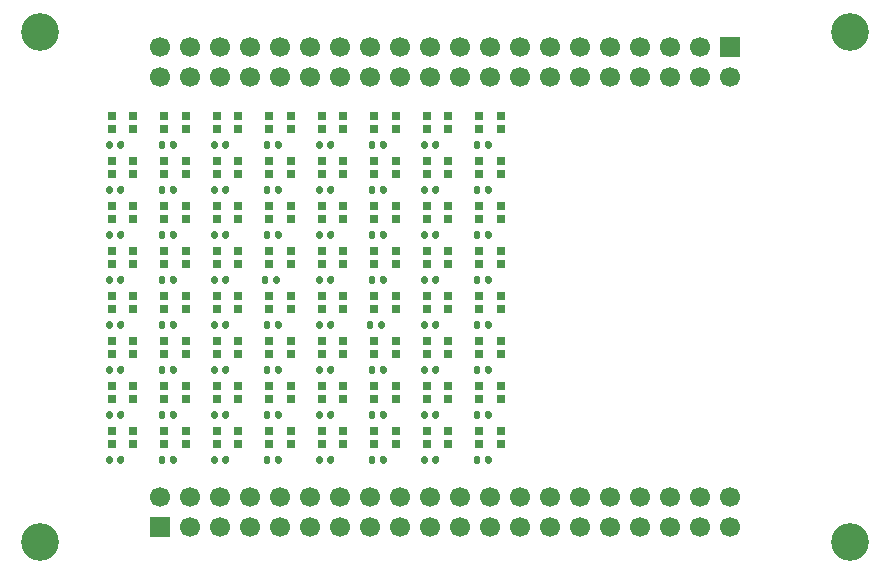
<source format=gbr>
G04 #@! TF.GenerationSoftware,KiCad,Pcbnew,5.1.9+dfsg1-1*
G04 #@! TF.CreationDate,2021-07-14T19:59:06+08:00*
G04 #@! TF.ProjectId,dws2812,64777332-3831-4322-9e6b-696361645f70,rev?*
G04 #@! TF.SameCoordinates,Original*
G04 #@! TF.FileFunction,Soldermask,Top*
G04 #@! TF.FilePolarity,Negative*
%FSLAX46Y46*%
G04 Gerber Fmt 4.6, Leading zero omitted, Abs format (unit mm)*
G04 Created by KiCad (PCBNEW 5.1.9+dfsg1-1) date 2021-07-14 19:59:06*
%MOMM*%
%LPD*%
G01*
G04 APERTURE LIST*
%ADD10R,1.700000X1.700000*%
%ADD11C,1.700000*%
%ADD12C,3.200000*%
%ADD13R,0.700000X0.700000*%
G04 APERTURE END LIST*
D10*
G04 #@! TO.C,J1*
X126365000Y-121920000D03*
D11*
X126365000Y-119380000D03*
X128905000Y-121920000D03*
X128905000Y-119380000D03*
X131445000Y-121920000D03*
X131445000Y-119380000D03*
X133985000Y-121920000D03*
X133985000Y-119380000D03*
X136525000Y-121920000D03*
X136525000Y-119380000D03*
X139065000Y-121920000D03*
X139065000Y-119380000D03*
X141605000Y-121920000D03*
X141605000Y-119380000D03*
X144145000Y-121920000D03*
X144145000Y-119380000D03*
X146685000Y-121920000D03*
X146685000Y-119380000D03*
X149225000Y-121920000D03*
X149225000Y-119380000D03*
X151765000Y-121920000D03*
X151765000Y-119380000D03*
X154305000Y-121920000D03*
X154305000Y-119380000D03*
X156845000Y-121920000D03*
X156845000Y-119380000D03*
X159385000Y-121920000D03*
X159385000Y-119380000D03*
X161925000Y-121920000D03*
X161925000Y-119380000D03*
X164465000Y-121920000D03*
X164465000Y-119380000D03*
X167005000Y-121920000D03*
X167005000Y-119380000D03*
X169545000Y-121920000D03*
X169545000Y-119380000D03*
X172085000Y-121920000D03*
X172085000Y-119380000D03*
X174625000Y-121920000D03*
X174625000Y-119380000D03*
D10*
X174625000Y-81280000D03*
D11*
X174625000Y-83820000D03*
X172085000Y-81280000D03*
X172085000Y-83820000D03*
X169545000Y-81280000D03*
X169545000Y-83820000D03*
X167005000Y-81280000D03*
X167005000Y-83820000D03*
X164465000Y-81280000D03*
X164465000Y-83820000D03*
X161925000Y-81280000D03*
X161925000Y-83820000D03*
X159385000Y-81280000D03*
X159385000Y-83820000D03*
X156845000Y-81280000D03*
X156845000Y-83820000D03*
X154305000Y-81280000D03*
X154305000Y-83820000D03*
X151765000Y-81280000D03*
X151765000Y-83820000D03*
X149225000Y-81280000D03*
X149225000Y-83820000D03*
X146685000Y-81280000D03*
X146685000Y-83820000D03*
X144145000Y-81280000D03*
X144145000Y-83820000D03*
X141605000Y-81280000D03*
X141605000Y-83820000D03*
X139065000Y-81280000D03*
X139065000Y-83820000D03*
X136525000Y-81280000D03*
X136525000Y-83820000D03*
X133985000Y-81280000D03*
X133985000Y-83820000D03*
X131445000Y-81280000D03*
X131445000Y-83820000D03*
X128905000Y-81280000D03*
X128905000Y-83820000D03*
X126365000Y-81280000D03*
X126365000Y-83820000D03*
D12*
X116205000Y-123190000D03*
X184785000Y-123190000D03*
X184785000Y-80010000D03*
X116205000Y-80010000D03*
G04 #@! TD*
D13*
G04 #@! TO.C,D64*
X153390000Y-114850000D03*
X153390000Y-113750000D03*
X155220000Y-113750000D03*
X155220000Y-114850000D03*
G04 #@! TD*
G04 #@! TO.C,D63*
X148945000Y-114850000D03*
X148945000Y-113750000D03*
X150775000Y-113750000D03*
X150775000Y-114850000D03*
G04 #@! TD*
G04 #@! TO.C,D62*
X144500000Y-114850000D03*
X144500000Y-113750000D03*
X146330000Y-113750000D03*
X146330000Y-114850000D03*
G04 #@! TD*
G04 #@! TO.C,D61*
X140055000Y-114850000D03*
X140055000Y-113750000D03*
X141885000Y-113750000D03*
X141885000Y-114850000D03*
G04 #@! TD*
G04 #@! TO.C,D60*
X135610000Y-114850000D03*
X135610000Y-113750000D03*
X137440000Y-113750000D03*
X137440000Y-114850000D03*
G04 #@! TD*
G04 #@! TO.C,D59*
X131165000Y-114850000D03*
X131165000Y-113750000D03*
X132995000Y-113750000D03*
X132995000Y-114850000D03*
G04 #@! TD*
G04 #@! TO.C,D58*
X126720000Y-114850000D03*
X126720000Y-113750000D03*
X128550000Y-113750000D03*
X128550000Y-114850000D03*
G04 #@! TD*
G04 #@! TO.C,D57*
X122275000Y-114850000D03*
X122275000Y-113750000D03*
X124105000Y-113750000D03*
X124105000Y-114850000D03*
G04 #@! TD*
G04 #@! TO.C,D56*
X153390000Y-111040000D03*
X153390000Y-109940000D03*
X155220000Y-109940000D03*
X155220000Y-111040000D03*
G04 #@! TD*
G04 #@! TO.C,D55*
X148945000Y-111040000D03*
X148945000Y-109940000D03*
X150775000Y-109940000D03*
X150775000Y-111040000D03*
G04 #@! TD*
G04 #@! TO.C,D54*
X144500000Y-111040000D03*
X144500000Y-109940000D03*
X146330000Y-109940000D03*
X146330000Y-111040000D03*
G04 #@! TD*
G04 #@! TO.C,D53*
X140055000Y-111040000D03*
X140055000Y-109940000D03*
X141885000Y-109940000D03*
X141885000Y-111040000D03*
G04 #@! TD*
G04 #@! TO.C,D52*
X135610000Y-111040000D03*
X135610000Y-109940000D03*
X137440000Y-109940000D03*
X137440000Y-111040000D03*
G04 #@! TD*
G04 #@! TO.C,D51*
X131165000Y-111040000D03*
X131165000Y-109940000D03*
X132995000Y-109940000D03*
X132995000Y-111040000D03*
G04 #@! TD*
G04 #@! TO.C,D50*
X126720000Y-111040000D03*
X126720000Y-109940000D03*
X128550000Y-109940000D03*
X128550000Y-111040000D03*
G04 #@! TD*
G04 #@! TO.C,D49*
X122275000Y-111040000D03*
X122275000Y-109940000D03*
X124105000Y-109940000D03*
X124105000Y-111040000D03*
G04 #@! TD*
G04 #@! TO.C,D48*
X153390000Y-107230000D03*
X153390000Y-106130000D03*
X155220000Y-106130000D03*
X155220000Y-107230000D03*
G04 #@! TD*
G04 #@! TO.C,D47*
X148945000Y-107230000D03*
X148945000Y-106130000D03*
X150775000Y-106130000D03*
X150775000Y-107230000D03*
G04 #@! TD*
G04 #@! TO.C,D46*
X144500000Y-107230000D03*
X144500000Y-106130000D03*
X146330000Y-106130000D03*
X146330000Y-107230000D03*
G04 #@! TD*
G04 #@! TO.C,D45*
X140055000Y-107230000D03*
X140055000Y-106130000D03*
X141885000Y-106130000D03*
X141885000Y-107230000D03*
G04 #@! TD*
G04 #@! TO.C,D44*
X135610000Y-107230000D03*
X135610000Y-106130000D03*
X137440000Y-106130000D03*
X137440000Y-107230000D03*
G04 #@! TD*
G04 #@! TO.C,D43*
X131165000Y-107230000D03*
X131165000Y-106130000D03*
X132995000Y-106130000D03*
X132995000Y-107230000D03*
G04 #@! TD*
G04 #@! TO.C,D42*
X126720000Y-107230000D03*
X126720000Y-106130000D03*
X128550000Y-106130000D03*
X128550000Y-107230000D03*
G04 #@! TD*
G04 #@! TO.C,D41*
X122275000Y-107230000D03*
X122275000Y-106130000D03*
X124105000Y-106130000D03*
X124105000Y-107230000D03*
G04 #@! TD*
G04 #@! TO.C,D40*
X153390000Y-103420000D03*
X153390000Y-102320000D03*
X155220000Y-102320000D03*
X155220000Y-103420000D03*
G04 #@! TD*
G04 #@! TO.C,D39*
X148945000Y-103420000D03*
X148945000Y-102320000D03*
X150775000Y-102320000D03*
X150775000Y-103420000D03*
G04 #@! TD*
G04 #@! TO.C,D38*
X144500000Y-103420000D03*
X144500000Y-102320000D03*
X146330000Y-102320000D03*
X146330000Y-103420000D03*
G04 #@! TD*
G04 #@! TO.C,D37*
X140055000Y-103420000D03*
X140055000Y-102320000D03*
X141885000Y-102320000D03*
X141885000Y-103420000D03*
G04 #@! TD*
G04 #@! TO.C,D36*
X135610000Y-103420000D03*
X135610000Y-102320000D03*
X137440000Y-102320000D03*
X137440000Y-103420000D03*
G04 #@! TD*
G04 #@! TO.C,D35*
X131165000Y-103420000D03*
X131165000Y-102320000D03*
X132995000Y-102320000D03*
X132995000Y-103420000D03*
G04 #@! TD*
G04 #@! TO.C,D34*
X126720000Y-103420000D03*
X126720000Y-102320000D03*
X128550000Y-102320000D03*
X128550000Y-103420000D03*
G04 #@! TD*
G04 #@! TO.C,D33*
X122275000Y-103420000D03*
X122275000Y-102320000D03*
X124105000Y-102320000D03*
X124105000Y-103420000D03*
G04 #@! TD*
G04 #@! TO.C,D32*
X153390000Y-99610000D03*
X153390000Y-98510000D03*
X155220000Y-98510000D03*
X155220000Y-99610000D03*
G04 #@! TD*
G04 #@! TO.C,D31*
X148945000Y-99610000D03*
X148945000Y-98510000D03*
X150775000Y-98510000D03*
X150775000Y-99610000D03*
G04 #@! TD*
G04 #@! TO.C,D30*
X144500000Y-99610000D03*
X144500000Y-98510000D03*
X146330000Y-98510000D03*
X146330000Y-99610000D03*
G04 #@! TD*
G04 #@! TO.C,D29*
X140055000Y-99610000D03*
X140055000Y-98510000D03*
X141885000Y-98510000D03*
X141885000Y-99610000D03*
G04 #@! TD*
G04 #@! TO.C,D28*
X135610000Y-99610000D03*
X135610000Y-98510000D03*
X137440000Y-98510000D03*
X137440000Y-99610000D03*
G04 #@! TD*
G04 #@! TO.C,D27*
X131165000Y-99610000D03*
X131165000Y-98510000D03*
X132995000Y-98510000D03*
X132995000Y-99610000D03*
G04 #@! TD*
G04 #@! TO.C,D26*
X126720000Y-99610000D03*
X126720000Y-98510000D03*
X128550000Y-98510000D03*
X128550000Y-99610000D03*
G04 #@! TD*
G04 #@! TO.C,D25*
X122275000Y-99610000D03*
X122275000Y-98510000D03*
X124105000Y-98510000D03*
X124105000Y-99610000D03*
G04 #@! TD*
G04 #@! TO.C,D24*
X153390000Y-95800000D03*
X153390000Y-94700000D03*
X155220000Y-94700000D03*
X155220000Y-95800000D03*
G04 #@! TD*
G04 #@! TO.C,D23*
X148945000Y-95800000D03*
X148945000Y-94700000D03*
X150775000Y-94700000D03*
X150775000Y-95800000D03*
G04 #@! TD*
G04 #@! TO.C,D22*
X144500000Y-95800000D03*
X144500000Y-94700000D03*
X146330000Y-94700000D03*
X146330000Y-95800000D03*
G04 #@! TD*
G04 #@! TO.C,D21*
X140055000Y-95800000D03*
X140055000Y-94700000D03*
X141885000Y-94700000D03*
X141885000Y-95800000D03*
G04 #@! TD*
G04 #@! TO.C,D20*
X135610000Y-95800000D03*
X135610000Y-94700000D03*
X137440000Y-94700000D03*
X137440000Y-95800000D03*
G04 #@! TD*
G04 #@! TO.C,D19*
X131165000Y-95800000D03*
X131165000Y-94700000D03*
X132995000Y-94700000D03*
X132995000Y-95800000D03*
G04 #@! TD*
G04 #@! TO.C,D18*
X126720000Y-95800000D03*
X126720000Y-94700000D03*
X128550000Y-94700000D03*
X128550000Y-95800000D03*
G04 #@! TD*
G04 #@! TO.C,D17*
X122275000Y-95800000D03*
X122275000Y-94700000D03*
X124105000Y-94700000D03*
X124105000Y-95800000D03*
G04 #@! TD*
G04 #@! TO.C,D16*
X153390000Y-91990000D03*
X153390000Y-90890000D03*
X155220000Y-90890000D03*
X155220000Y-91990000D03*
G04 #@! TD*
G04 #@! TO.C,D15*
X148945000Y-91990000D03*
X148945000Y-90890000D03*
X150775000Y-90890000D03*
X150775000Y-91990000D03*
G04 #@! TD*
G04 #@! TO.C,D14*
X144500000Y-91990000D03*
X144500000Y-90890000D03*
X146330000Y-90890000D03*
X146330000Y-91990000D03*
G04 #@! TD*
G04 #@! TO.C,D13*
X140055000Y-91990000D03*
X140055000Y-90890000D03*
X141885000Y-90890000D03*
X141885000Y-91990000D03*
G04 #@! TD*
G04 #@! TO.C,D12*
X135610000Y-91990000D03*
X135610000Y-90890000D03*
X137440000Y-90890000D03*
X137440000Y-91990000D03*
G04 #@! TD*
G04 #@! TO.C,D11*
X131165000Y-91990000D03*
X131165000Y-90890000D03*
X132995000Y-90890000D03*
X132995000Y-91990000D03*
G04 #@! TD*
G04 #@! TO.C,D10*
X126720000Y-91990000D03*
X126720000Y-90890000D03*
X128550000Y-90890000D03*
X128550000Y-91990000D03*
G04 #@! TD*
G04 #@! TO.C,D9*
X122275000Y-91990000D03*
X122275000Y-90890000D03*
X124105000Y-90890000D03*
X124105000Y-91990000D03*
G04 #@! TD*
G04 #@! TO.C,C64*
G36*
G01*
X153870000Y-116375000D02*
X153870000Y-116035000D01*
G75*
G02*
X154010000Y-115895000I140000J0D01*
G01*
X154290000Y-115895000D01*
G75*
G02*
X154430000Y-116035000I0J-140000D01*
G01*
X154430000Y-116375000D01*
G75*
G02*
X154290000Y-116515000I-140000J0D01*
G01*
X154010000Y-116515000D01*
G75*
G02*
X153870000Y-116375000I0J140000D01*
G01*
G37*
G36*
G01*
X152910000Y-116375000D02*
X152910000Y-116035000D01*
G75*
G02*
X153050000Y-115895000I140000J0D01*
G01*
X153330000Y-115895000D01*
G75*
G02*
X153470000Y-116035000I0J-140000D01*
G01*
X153470000Y-116375000D01*
G75*
G02*
X153330000Y-116515000I-140000J0D01*
G01*
X153050000Y-116515000D01*
G75*
G02*
X152910000Y-116375000I0J140000D01*
G01*
G37*
G04 #@! TD*
G04 #@! TO.C,C63*
G36*
G01*
X149425000Y-116375000D02*
X149425000Y-116035000D01*
G75*
G02*
X149565000Y-115895000I140000J0D01*
G01*
X149845000Y-115895000D01*
G75*
G02*
X149985000Y-116035000I0J-140000D01*
G01*
X149985000Y-116375000D01*
G75*
G02*
X149845000Y-116515000I-140000J0D01*
G01*
X149565000Y-116515000D01*
G75*
G02*
X149425000Y-116375000I0J140000D01*
G01*
G37*
G36*
G01*
X148465000Y-116375000D02*
X148465000Y-116035000D01*
G75*
G02*
X148605000Y-115895000I140000J0D01*
G01*
X148885000Y-115895000D01*
G75*
G02*
X149025000Y-116035000I0J-140000D01*
G01*
X149025000Y-116375000D01*
G75*
G02*
X148885000Y-116515000I-140000J0D01*
G01*
X148605000Y-116515000D01*
G75*
G02*
X148465000Y-116375000I0J140000D01*
G01*
G37*
G04 #@! TD*
G04 #@! TO.C,C62*
G36*
G01*
X144980000Y-116375000D02*
X144980000Y-116035000D01*
G75*
G02*
X145120000Y-115895000I140000J0D01*
G01*
X145400000Y-115895000D01*
G75*
G02*
X145540000Y-116035000I0J-140000D01*
G01*
X145540000Y-116375000D01*
G75*
G02*
X145400000Y-116515000I-140000J0D01*
G01*
X145120000Y-116515000D01*
G75*
G02*
X144980000Y-116375000I0J140000D01*
G01*
G37*
G36*
G01*
X144020000Y-116375000D02*
X144020000Y-116035000D01*
G75*
G02*
X144160000Y-115895000I140000J0D01*
G01*
X144440000Y-115895000D01*
G75*
G02*
X144580000Y-116035000I0J-140000D01*
G01*
X144580000Y-116375000D01*
G75*
G02*
X144440000Y-116515000I-140000J0D01*
G01*
X144160000Y-116515000D01*
G75*
G02*
X144020000Y-116375000I0J140000D01*
G01*
G37*
G04 #@! TD*
G04 #@! TO.C,C61*
G36*
G01*
X140535000Y-116375000D02*
X140535000Y-116035000D01*
G75*
G02*
X140675000Y-115895000I140000J0D01*
G01*
X140955000Y-115895000D01*
G75*
G02*
X141095000Y-116035000I0J-140000D01*
G01*
X141095000Y-116375000D01*
G75*
G02*
X140955000Y-116515000I-140000J0D01*
G01*
X140675000Y-116515000D01*
G75*
G02*
X140535000Y-116375000I0J140000D01*
G01*
G37*
G36*
G01*
X139575000Y-116375000D02*
X139575000Y-116035000D01*
G75*
G02*
X139715000Y-115895000I140000J0D01*
G01*
X139995000Y-115895000D01*
G75*
G02*
X140135000Y-116035000I0J-140000D01*
G01*
X140135000Y-116375000D01*
G75*
G02*
X139995000Y-116515000I-140000J0D01*
G01*
X139715000Y-116515000D01*
G75*
G02*
X139575000Y-116375000I0J140000D01*
G01*
G37*
G04 #@! TD*
G04 #@! TO.C,C60*
G36*
G01*
X136090000Y-116375000D02*
X136090000Y-116035000D01*
G75*
G02*
X136230000Y-115895000I140000J0D01*
G01*
X136510000Y-115895000D01*
G75*
G02*
X136650000Y-116035000I0J-140000D01*
G01*
X136650000Y-116375000D01*
G75*
G02*
X136510000Y-116515000I-140000J0D01*
G01*
X136230000Y-116515000D01*
G75*
G02*
X136090000Y-116375000I0J140000D01*
G01*
G37*
G36*
G01*
X135130000Y-116375000D02*
X135130000Y-116035000D01*
G75*
G02*
X135270000Y-115895000I140000J0D01*
G01*
X135550000Y-115895000D01*
G75*
G02*
X135690000Y-116035000I0J-140000D01*
G01*
X135690000Y-116375000D01*
G75*
G02*
X135550000Y-116515000I-140000J0D01*
G01*
X135270000Y-116515000D01*
G75*
G02*
X135130000Y-116375000I0J140000D01*
G01*
G37*
G04 #@! TD*
G04 #@! TO.C,C59*
G36*
G01*
X131645000Y-116375000D02*
X131645000Y-116035000D01*
G75*
G02*
X131785000Y-115895000I140000J0D01*
G01*
X132065000Y-115895000D01*
G75*
G02*
X132205000Y-116035000I0J-140000D01*
G01*
X132205000Y-116375000D01*
G75*
G02*
X132065000Y-116515000I-140000J0D01*
G01*
X131785000Y-116515000D01*
G75*
G02*
X131645000Y-116375000I0J140000D01*
G01*
G37*
G36*
G01*
X130685000Y-116375000D02*
X130685000Y-116035000D01*
G75*
G02*
X130825000Y-115895000I140000J0D01*
G01*
X131105000Y-115895000D01*
G75*
G02*
X131245000Y-116035000I0J-140000D01*
G01*
X131245000Y-116375000D01*
G75*
G02*
X131105000Y-116515000I-140000J0D01*
G01*
X130825000Y-116515000D01*
G75*
G02*
X130685000Y-116375000I0J140000D01*
G01*
G37*
G04 #@! TD*
G04 #@! TO.C,C58*
G36*
G01*
X127200000Y-116375000D02*
X127200000Y-116035000D01*
G75*
G02*
X127340000Y-115895000I140000J0D01*
G01*
X127620000Y-115895000D01*
G75*
G02*
X127760000Y-116035000I0J-140000D01*
G01*
X127760000Y-116375000D01*
G75*
G02*
X127620000Y-116515000I-140000J0D01*
G01*
X127340000Y-116515000D01*
G75*
G02*
X127200000Y-116375000I0J140000D01*
G01*
G37*
G36*
G01*
X126240000Y-116375000D02*
X126240000Y-116035000D01*
G75*
G02*
X126380000Y-115895000I140000J0D01*
G01*
X126660000Y-115895000D01*
G75*
G02*
X126800000Y-116035000I0J-140000D01*
G01*
X126800000Y-116375000D01*
G75*
G02*
X126660000Y-116515000I-140000J0D01*
G01*
X126380000Y-116515000D01*
G75*
G02*
X126240000Y-116375000I0J140000D01*
G01*
G37*
G04 #@! TD*
G04 #@! TO.C,C57*
G36*
G01*
X122755000Y-116375000D02*
X122755000Y-116035000D01*
G75*
G02*
X122895000Y-115895000I140000J0D01*
G01*
X123175000Y-115895000D01*
G75*
G02*
X123315000Y-116035000I0J-140000D01*
G01*
X123315000Y-116375000D01*
G75*
G02*
X123175000Y-116515000I-140000J0D01*
G01*
X122895000Y-116515000D01*
G75*
G02*
X122755000Y-116375000I0J140000D01*
G01*
G37*
G36*
G01*
X121795000Y-116375000D02*
X121795000Y-116035000D01*
G75*
G02*
X121935000Y-115895000I140000J0D01*
G01*
X122215000Y-115895000D01*
G75*
G02*
X122355000Y-116035000I0J-140000D01*
G01*
X122355000Y-116375000D01*
G75*
G02*
X122215000Y-116515000I-140000J0D01*
G01*
X121935000Y-116515000D01*
G75*
G02*
X121795000Y-116375000I0J140000D01*
G01*
G37*
G04 #@! TD*
G04 #@! TO.C,C56*
G36*
G01*
X153870000Y-112565000D02*
X153870000Y-112225000D01*
G75*
G02*
X154010000Y-112085000I140000J0D01*
G01*
X154290000Y-112085000D01*
G75*
G02*
X154430000Y-112225000I0J-140000D01*
G01*
X154430000Y-112565000D01*
G75*
G02*
X154290000Y-112705000I-140000J0D01*
G01*
X154010000Y-112705000D01*
G75*
G02*
X153870000Y-112565000I0J140000D01*
G01*
G37*
G36*
G01*
X152910000Y-112565000D02*
X152910000Y-112225000D01*
G75*
G02*
X153050000Y-112085000I140000J0D01*
G01*
X153330000Y-112085000D01*
G75*
G02*
X153470000Y-112225000I0J-140000D01*
G01*
X153470000Y-112565000D01*
G75*
G02*
X153330000Y-112705000I-140000J0D01*
G01*
X153050000Y-112705000D01*
G75*
G02*
X152910000Y-112565000I0J140000D01*
G01*
G37*
G04 #@! TD*
G04 #@! TO.C,C55*
G36*
G01*
X149425000Y-112565000D02*
X149425000Y-112225000D01*
G75*
G02*
X149565000Y-112085000I140000J0D01*
G01*
X149845000Y-112085000D01*
G75*
G02*
X149985000Y-112225000I0J-140000D01*
G01*
X149985000Y-112565000D01*
G75*
G02*
X149845000Y-112705000I-140000J0D01*
G01*
X149565000Y-112705000D01*
G75*
G02*
X149425000Y-112565000I0J140000D01*
G01*
G37*
G36*
G01*
X148465000Y-112565000D02*
X148465000Y-112225000D01*
G75*
G02*
X148605000Y-112085000I140000J0D01*
G01*
X148885000Y-112085000D01*
G75*
G02*
X149025000Y-112225000I0J-140000D01*
G01*
X149025000Y-112565000D01*
G75*
G02*
X148885000Y-112705000I-140000J0D01*
G01*
X148605000Y-112705000D01*
G75*
G02*
X148465000Y-112565000I0J140000D01*
G01*
G37*
G04 #@! TD*
G04 #@! TO.C,C54*
G36*
G01*
X144980000Y-112565000D02*
X144980000Y-112225000D01*
G75*
G02*
X145120000Y-112085000I140000J0D01*
G01*
X145400000Y-112085000D01*
G75*
G02*
X145540000Y-112225000I0J-140000D01*
G01*
X145540000Y-112565000D01*
G75*
G02*
X145400000Y-112705000I-140000J0D01*
G01*
X145120000Y-112705000D01*
G75*
G02*
X144980000Y-112565000I0J140000D01*
G01*
G37*
G36*
G01*
X144020000Y-112565000D02*
X144020000Y-112225000D01*
G75*
G02*
X144160000Y-112085000I140000J0D01*
G01*
X144440000Y-112085000D01*
G75*
G02*
X144580000Y-112225000I0J-140000D01*
G01*
X144580000Y-112565000D01*
G75*
G02*
X144440000Y-112705000I-140000J0D01*
G01*
X144160000Y-112705000D01*
G75*
G02*
X144020000Y-112565000I0J140000D01*
G01*
G37*
G04 #@! TD*
G04 #@! TO.C,C53*
G36*
G01*
X140535000Y-112565000D02*
X140535000Y-112225000D01*
G75*
G02*
X140675000Y-112085000I140000J0D01*
G01*
X140955000Y-112085000D01*
G75*
G02*
X141095000Y-112225000I0J-140000D01*
G01*
X141095000Y-112565000D01*
G75*
G02*
X140955000Y-112705000I-140000J0D01*
G01*
X140675000Y-112705000D01*
G75*
G02*
X140535000Y-112565000I0J140000D01*
G01*
G37*
G36*
G01*
X139575000Y-112565000D02*
X139575000Y-112225000D01*
G75*
G02*
X139715000Y-112085000I140000J0D01*
G01*
X139995000Y-112085000D01*
G75*
G02*
X140135000Y-112225000I0J-140000D01*
G01*
X140135000Y-112565000D01*
G75*
G02*
X139995000Y-112705000I-140000J0D01*
G01*
X139715000Y-112705000D01*
G75*
G02*
X139575000Y-112565000I0J140000D01*
G01*
G37*
G04 #@! TD*
G04 #@! TO.C,C52*
G36*
G01*
X136090000Y-112565000D02*
X136090000Y-112225000D01*
G75*
G02*
X136230000Y-112085000I140000J0D01*
G01*
X136510000Y-112085000D01*
G75*
G02*
X136650000Y-112225000I0J-140000D01*
G01*
X136650000Y-112565000D01*
G75*
G02*
X136510000Y-112705000I-140000J0D01*
G01*
X136230000Y-112705000D01*
G75*
G02*
X136090000Y-112565000I0J140000D01*
G01*
G37*
G36*
G01*
X135130000Y-112565000D02*
X135130000Y-112225000D01*
G75*
G02*
X135270000Y-112085000I140000J0D01*
G01*
X135550000Y-112085000D01*
G75*
G02*
X135690000Y-112225000I0J-140000D01*
G01*
X135690000Y-112565000D01*
G75*
G02*
X135550000Y-112705000I-140000J0D01*
G01*
X135270000Y-112705000D01*
G75*
G02*
X135130000Y-112565000I0J140000D01*
G01*
G37*
G04 #@! TD*
G04 #@! TO.C,C51*
G36*
G01*
X131645000Y-112565000D02*
X131645000Y-112225000D01*
G75*
G02*
X131785000Y-112085000I140000J0D01*
G01*
X132065000Y-112085000D01*
G75*
G02*
X132205000Y-112225000I0J-140000D01*
G01*
X132205000Y-112565000D01*
G75*
G02*
X132065000Y-112705000I-140000J0D01*
G01*
X131785000Y-112705000D01*
G75*
G02*
X131645000Y-112565000I0J140000D01*
G01*
G37*
G36*
G01*
X130685000Y-112565000D02*
X130685000Y-112225000D01*
G75*
G02*
X130825000Y-112085000I140000J0D01*
G01*
X131105000Y-112085000D01*
G75*
G02*
X131245000Y-112225000I0J-140000D01*
G01*
X131245000Y-112565000D01*
G75*
G02*
X131105000Y-112705000I-140000J0D01*
G01*
X130825000Y-112705000D01*
G75*
G02*
X130685000Y-112565000I0J140000D01*
G01*
G37*
G04 #@! TD*
G04 #@! TO.C,C50*
G36*
G01*
X127200000Y-112565000D02*
X127200000Y-112225000D01*
G75*
G02*
X127340000Y-112085000I140000J0D01*
G01*
X127620000Y-112085000D01*
G75*
G02*
X127760000Y-112225000I0J-140000D01*
G01*
X127760000Y-112565000D01*
G75*
G02*
X127620000Y-112705000I-140000J0D01*
G01*
X127340000Y-112705000D01*
G75*
G02*
X127200000Y-112565000I0J140000D01*
G01*
G37*
G36*
G01*
X126240000Y-112565000D02*
X126240000Y-112225000D01*
G75*
G02*
X126380000Y-112085000I140000J0D01*
G01*
X126660000Y-112085000D01*
G75*
G02*
X126800000Y-112225000I0J-140000D01*
G01*
X126800000Y-112565000D01*
G75*
G02*
X126660000Y-112705000I-140000J0D01*
G01*
X126380000Y-112705000D01*
G75*
G02*
X126240000Y-112565000I0J140000D01*
G01*
G37*
G04 #@! TD*
G04 #@! TO.C,C49*
G36*
G01*
X122755000Y-112565000D02*
X122755000Y-112225000D01*
G75*
G02*
X122895000Y-112085000I140000J0D01*
G01*
X123175000Y-112085000D01*
G75*
G02*
X123315000Y-112225000I0J-140000D01*
G01*
X123315000Y-112565000D01*
G75*
G02*
X123175000Y-112705000I-140000J0D01*
G01*
X122895000Y-112705000D01*
G75*
G02*
X122755000Y-112565000I0J140000D01*
G01*
G37*
G36*
G01*
X121795000Y-112565000D02*
X121795000Y-112225000D01*
G75*
G02*
X121935000Y-112085000I140000J0D01*
G01*
X122215000Y-112085000D01*
G75*
G02*
X122355000Y-112225000I0J-140000D01*
G01*
X122355000Y-112565000D01*
G75*
G02*
X122215000Y-112705000I-140000J0D01*
G01*
X121935000Y-112705000D01*
G75*
G02*
X121795000Y-112565000I0J140000D01*
G01*
G37*
G04 #@! TD*
G04 #@! TO.C,C48*
G36*
G01*
X153870000Y-108755000D02*
X153870000Y-108415000D01*
G75*
G02*
X154010000Y-108275000I140000J0D01*
G01*
X154290000Y-108275000D01*
G75*
G02*
X154430000Y-108415000I0J-140000D01*
G01*
X154430000Y-108755000D01*
G75*
G02*
X154290000Y-108895000I-140000J0D01*
G01*
X154010000Y-108895000D01*
G75*
G02*
X153870000Y-108755000I0J140000D01*
G01*
G37*
G36*
G01*
X152910000Y-108755000D02*
X152910000Y-108415000D01*
G75*
G02*
X153050000Y-108275000I140000J0D01*
G01*
X153330000Y-108275000D01*
G75*
G02*
X153470000Y-108415000I0J-140000D01*
G01*
X153470000Y-108755000D01*
G75*
G02*
X153330000Y-108895000I-140000J0D01*
G01*
X153050000Y-108895000D01*
G75*
G02*
X152910000Y-108755000I0J140000D01*
G01*
G37*
G04 #@! TD*
G04 #@! TO.C,C47*
G36*
G01*
X149425000Y-108755000D02*
X149425000Y-108415000D01*
G75*
G02*
X149565000Y-108275000I140000J0D01*
G01*
X149845000Y-108275000D01*
G75*
G02*
X149985000Y-108415000I0J-140000D01*
G01*
X149985000Y-108755000D01*
G75*
G02*
X149845000Y-108895000I-140000J0D01*
G01*
X149565000Y-108895000D01*
G75*
G02*
X149425000Y-108755000I0J140000D01*
G01*
G37*
G36*
G01*
X148465000Y-108755000D02*
X148465000Y-108415000D01*
G75*
G02*
X148605000Y-108275000I140000J0D01*
G01*
X148885000Y-108275000D01*
G75*
G02*
X149025000Y-108415000I0J-140000D01*
G01*
X149025000Y-108755000D01*
G75*
G02*
X148885000Y-108895000I-140000J0D01*
G01*
X148605000Y-108895000D01*
G75*
G02*
X148465000Y-108755000I0J140000D01*
G01*
G37*
G04 #@! TD*
G04 #@! TO.C,C46*
G36*
G01*
X144980000Y-108755000D02*
X144980000Y-108415000D01*
G75*
G02*
X145120000Y-108275000I140000J0D01*
G01*
X145400000Y-108275000D01*
G75*
G02*
X145540000Y-108415000I0J-140000D01*
G01*
X145540000Y-108755000D01*
G75*
G02*
X145400000Y-108895000I-140000J0D01*
G01*
X145120000Y-108895000D01*
G75*
G02*
X144980000Y-108755000I0J140000D01*
G01*
G37*
G36*
G01*
X144020000Y-108755000D02*
X144020000Y-108415000D01*
G75*
G02*
X144160000Y-108275000I140000J0D01*
G01*
X144440000Y-108275000D01*
G75*
G02*
X144580000Y-108415000I0J-140000D01*
G01*
X144580000Y-108755000D01*
G75*
G02*
X144440000Y-108895000I-140000J0D01*
G01*
X144160000Y-108895000D01*
G75*
G02*
X144020000Y-108755000I0J140000D01*
G01*
G37*
G04 #@! TD*
G04 #@! TO.C,C45*
G36*
G01*
X140535000Y-108755000D02*
X140535000Y-108415000D01*
G75*
G02*
X140675000Y-108275000I140000J0D01*
G01*
X140955000Y-108275000D01*
G75*
G02*
X141095000Y-108415000I0J-140000D01*
G01*
X141095000Y-108755000D01*
G75*
G02*
X140955000Y-108895000I-140000J0D01*
G01*
X140675000Y-108895000D01*
G75*
G02*
X140535000Y-108755000I0J140000D01*
G01*
G37*
G36*
G01*
X139575000Y-108755000D02*
X139575000Y-108415000D01*
G75*
G02*
X139715000Y-108275000I140000J0D01*
G01*
X139995000Y-108275000D01*
G75*
G02*
X140135000Y-108415000I0J-140000D01*
G01*
X140135000Y-108755000D01*
G75*
G02*
X139995000Y-108895000I-140000J0D01*
G01*
X139715000Y-108895000D01*
G75*
G02*
X139575000Y-108755000I0J140000D01*
G01*
G37*
G04 #@! TD*
G04 #@! TO.C,C44*
G36*
G01*
X136090000Y-108755000D02*
X136090000Y-108415000D01*
G75*
G02*
X136230000Y-108275000I140000J0D01*
G01*
X136510000Y-108275000D01*
G75*
G02*
X136650000Y-108415000I0J-140000D01*
G01*
X136650000Y-108755000D01*
G75*
G02*
X136510000Y-108895000I-140000J0D01*
G01*
X136230000Y-108895000D01*
G75*
G02*
X136090000Y-108755000I0J140000D01*
G01*
G37*
G36*
G01*
X135130000Y-108755000D02*
X135130000Y-108415000D01*
G75*
G02*
X135270000Y-108275000I140000J0D01*
G01*
X135550000Y-108275000D01*
G75*
G02*
X135690000Y-108415000I0J-140000D01*
G01*
X135690000Y-108755000D01*
G75*
G02*
X135550000Y-108895000I-140000J0D01*
G01*
X135270000Y-108895000D01*
G75*
G02*
X135130000Y-108755000I0J140000D01*
G01*
G37*
G04 #@! TD*
G04 #@! TO.C,C43*
G36*
G01*
X131645000Y-108755000D02*
X131645000Y-108415000D01*
G75*
G02*
X131785000Y-108275000I140000J0D01*
G01*
X132065000Y-108275000D01*
G75*
G02*
X132205000Y-108415000I0J-140000D01*
G01*
X132205000Y-108755000D01*
G75*
G02*
X132065000Y-108895000I-140000J0D01*
G01*
X131785000Y-108895000D01*
G75*
G02*
X131645000Y-108755000I0J140000D01*
G01*
G37*
G36*
G01*
X130685000Y-108755000D02*
X130685000Y-108415000D01*
G75*
G02*
X130825000Y-108275000I140000J0D01*
G01*
X131105000Y-108275000D01*
G75*
G02*
X131245000Y-108415000I0J-140000D01*
G01*
X131245000Y-108755000D01*
G75*
G02*
X131105000Y-108895000I-140000J0D01*
G01*
X130825000Y-108895000D01*
G75*
G02*
X130685000Y-108755000I0J140000D01*
G01*
G37*
G04 #@! TD*
G04 #@! TO.C,C42*
G36*
G01*
X127200000Y-108755000D02*
X127200000Y-108415000D01*
G75*
G02*
X127340000Y-108275000I140000J0D01*
G01*
X127620000Y-108275000D01*
G75*
G02*
X127760000Y-108415000I0J-140000D01*
G01*
X127760000Y-108755000D01*
G75*
G02*
X127620000Y-108895000I-140000J0D01*
G01*
X127340000Y-108895000D01*
G75*
G02*
X127200000Y-108755000I0J140000D01*
G01*
G37*
G36*
G01*
X126240000Y-108755000D02*
X126240000Y-108415000D01*
G75*
G02*
X126380000Y-108275000I140000J0D01*
G01*
X126660000Y-108275000D01*
G75*
G02*
X126800000Y-108415000I0J-140000D01*
G01*
X126800000Y-108755000D01*
G75*
G02*
X126660000Y-108895000I-140000J0D01*
G01*
X126380000Y-108895000D01*
G75*
G02*
X126240000Y-108755000I0J140000D01*
G01*
G37*
G04 #@! TD*
G04 #@! TO.C,C41*
G36*
G01*
X122755000Y-108755000D02*
X122755000Y-108415000D01*
G75*
G02*
X122895000Y-108275000I140000J0D01*
G01*
X123175000Y-108275000D01*
G75*
G02*
X123315000Y-108415000I0J-140000D01*
G01*
X123315000Y-108755000D01*
G75*
G02*
X123175000Y-108895000I-140000J0D01*
G01*
X122895000Y-108895000D01*
G75*
G02*
X122755000Y-108755000I0J140000D01*
G01*
G37*
G36*
G01*
X121795000Y-108755000D02*
X121795000Y-108415000D01*
G75*
G02*
X121935000Y-108275000I140000J0D01*
G01*
X122215000Y-108275000D01*
G75*
G02*
X122355000Y-108415000I0J-140000D01*
G01*
X122355000Y-108755000D01*
G75*
G02*
X122215000Y-108895000I-140000J0D01*
G01*
X121935000Y-108895000D01*
G75*
G02*
X121795000Y-108755000I0J140000D01*
G01*
G37*
G04 #@! TD*
G04 #@! TO.C,C40*
G36*
G01*
X153870000Y-104945000D02*
X153870000Y-104605000D01*
G75*
G02*
X154010000Y-104465000I140000J0D01*
G01*
X154290000Y-104465000D01*
G75*
G02*
X154430000Y-104605000I0J-140000D01*
G01*
X154430000Y-104945000D01*
G75*
G02*
X154290000Y-105085000I-140000J0D01*
G01*
X154010000Y-105085000D01*
G75*
G02*
X153870000Y-104945000I0J140000D01*
G01*
G37*
G36*
G01*
X152910000Y-104945000D02*
X152910000Y-104605000D01*
G75*
G02*
X153050000Y-104465000I140000J0D01*
G01*
X153330000Y-104465000D01*
G75*
G02*
X153470000Y-104605000I0J-140000D01*
G01*
X153470000Y-104945000D01*
G75*
G02*
X153330000Y-105085000I-140000J0D01*
G01*
X153050000Y-105085000D01*
G75*
G02*
X152910000Y-104945000I0J140000D01*
G01*
G37*
G04 #@! TD*
G04 #@! TO.C,C39*
G36*
G01*
X149425000Y-104945000D02*
X149425000Y-104605000D01*
G75*
G02*
X149565000Y-104465000I140000J0D01*
G01*
X149845000Y-104465000D01*
G75*
G02*
X149985000Y-104605000I0J-140000D01*
G01*
X149985000Y-104945000D01*
G75*
G02*
X149845000Y-105085000I-140000J0D01*
G01*
X149565000Y-105085000D01*
G75*
G02*
X149425000Y-104945000I0J140000D01*
G01*
G37*
G36*
G01*
X148465000Y-104945000D02*
X148465000Y-104605000D01*
G75*
G02*
X148605000Y-104465000I140000J0D01*
G01*
X148885000Y-104465000D01*
G75*
G02*
X149025000Y-104605000I0J-140000D01*
G01*
X149025000Y-104945000D01*
G75*
G02*
X148885000Y-105085000I-140000J0D01*
G01*
X148605000Y-105085000D01*
G75*
G02*
X148465000Y-104945000I0J140000D01*
G01*
G37*
G04 #@! TD*
G04 #@! TO.C,C38*
G36*
G01*
X144825000Y-104945000D02*
X144825000Y-104605000D01*
G75*
G02*
X144965000Y-104465000I140000J0D01*
G01*
X145245000Y-104465000D01*
G75*
G02*
X145385000Y-104605000I0J-140000D01*
G01*
X145385000Y-104945000D01*
G75*
G02*
X145245000Y-105085000I-140000J0D01*
G01*
X144965000Y-105085000D01*
G75*
G02*
X144825000Y-104945000I0J140000D01*
G01*
G37*
G36*
G01*
X143865000Y-104945000D02*
X143865000Y-104605000D01*
G75*
G02*
X144005000Y-104465000I140000J0D01*
G01*
X144285000Y-104465000D01*
G75*
G02*
X144425000Y-104605000I0J-140000D01*
G01*
X144425000Y-104945000D01*
G75*
G02*
X144285000Y-105085000I-140000J0D01*
G01*
X144005000Y-105085000D01*
G75*
G02*
X143865000Y-104945000I0J140000D01*
G01*
G37*
G04 #@! TD*
G04 #@! TO.C,C37*
G36*
G01*
X140535000Y-104945000D02*
X140535000Y-104605000D01*
G75*
G02*
X140675000Y-104465000I140000J0D01*
G01*
X140955000Y-104465000D01*
G75*
G02*
X141095000Y-104605000I0J-140000D01*
G01*
X141095000Y-104945000D01*
G75*
G02*
X140955000Y-105085000I-140000J0D01*
G01*
X140675000Y-105085000D01*
G75*
G02*
X140535000Y-104945000I0J140000D01*
G01*
G37*
G36*
G01*
X139575000Y-104945000D02*
X139575000Y-104605000D01*
G75*
G02*
X139715000Y-104465000I140000J0D01*
G01*
X139995000Y-104465000D01*
G75*
G02*
X140135000Y-104605000I0J-140000D01*
G01*
X140135000Y-104945000D01*
G75*
G02*
X139995000Y-105085000I-140000J0D01*
G01*
X139715000Y-105085000D01*
G75*
G02*
X139575000Y-104945000I0J140000D01*
G01*
G37*
G04 #@! TD*
G04 #@! TO.C,C36*
G36*
G01*
X136090000Y-104945000D02*
X136090000Y-104605000D01*
G75*
G02*
X136230000Y-104465000I140000J0D01*
G01*
X136510000Y-104465000D01*
G75*
G02*
X136650000Y-104605000I0J-140000D01*
G01*
X136650000Y-104945000D01*
G75*
G02*
X136510000Y-105085000I-140000J0D01*
G01*
X136230000Y-105085000D01*
G75*
G02*
X136090000Y-104945000I0J140000D01*
G01*
G37*
G36*
G01*
X135130000Y-104945000D02*
X135130000Y-104605000D01*
G75*
G02*
X135270000Y-104465000I140000J0D01*
G01*
X135550000Y-104465000D01*
G75*
G02*
X135690000Y-104605000I0J-140000D01*
G01*
X135690000Y-104945000D01*
G75*
G02*
X135550000Y-105085000I-140000J0D01*
G01*
X135270000Y-105085000D01*
G75*
G02*
X135130000Y-104945000I0J140000D01*
G01*
G37*
G04 #@! TD*
G04 #@! TO.C,C35*
G36*
G01*
X131645000Y-104945000D02*
X131645000Y-104605000D01*
G75*
G02*
X131785000Y-104465000I140000J0D01*
G01*
X132065000Y-104465000D01*
G75*
G02*
X132205000Y-104605000I0J-140000D01*
G01*
X132205000Y-104945000D01*
G75*
G02*
X132065000Y-105085000I-140000J0D01*
G01*
X131785000Y-105085000D01*
G75*
G02*
X131645000Y-104945000I0J140000D01*
G01*
G37*
G36*
G01*
X130685000Y-104945000D02*
X130685000Y-104605000D01*
G75*
G02*
X130825000Y-104465000I140000J0D01*
G01*
X131105000Y-104465000D01*
G75*
G02*
X131245000Y-104605000I0J-140000D01*
G01*
X131245000Y-104945000D01*
G75*
G02*
X131105000Y-105085000I-140000J0D01*
G01*
X130825000Y-105085000D01*
G75*
G02*
X130685000Y-104945000I0J140000D01*
G01*
G37*
G04 #@! TD*
G04 #@! TO.C,C34*
G36*
G01*
X127200000Y-104945000D02*
X127200000Y-104605000D01*
G75*
G02*
X127340000Y-104465000I140000J0D01*
G01*
X127620000Y-104465000D01*
G75*
G02*
X127760000Y-104605000I0J-140000D01*
G01*
X127760000Y-104945000D01*
G75*
G02*
X127620000Y-105085000I-140000J0D01*
G01*
X127340000Y-105085000D01*
G75*
G02*
X127200000Y-104945000I0J140000D01*
G01*
G37*
G36*
G01*
X126240000Y-104945000D02*
X126240000Y-104605000D01*
G75*
G02*
X126380000Y-104465000I140000J0D01*
G01*
X126660000Y-104465000D01*
G75*
G02*
X126800000Y-104605000I0J-140000D01*
G01*
X126800000Y-104945000D01*
G75*
G02*
X126660000Y-105085000I-140000J0D01*
G01*
X126380000Y-105085000D01*
G75*
G02*
X126240000Y-104945000I0J140000D01*
G01*
G37*
G04 #@! TD*
G04 #@! TO.C,C33*
G36*
G01*
X122755000Y-104945000D02*
X122755000Y-104605000D01*
G75*
G02*
X122895000Y-104465000I140000J0D01*
G01*
X123175000Y-104465000D01*
G75*
G02*
X123315000Y-104605000I0J-140000D01*
G01*
X123315000Y-104945000D01*
G75*
G02*
X123175000Y-105085000I-140000J0D01*
G01*
X122895000Y-105085000D01*
G75*
G02*
X122755000Y-104945000I0J140000D01*
G01*
G37*
G36*
G01*
X121795000Y-104945000D02*
X121795000Y-104605000D01*
G75*
G02*
X121935000Y-104465000I140000J0D01*
G01*
X122215000Y-104465000D01*
G75*
G02*
X122355000Y-104605000I0J-140000D01*
G01*
X122355000Y-104945000D01*
G75*
G02*
X122215000Y-105085000I-140000J0D01*
G01*
X121935000Y-105085000D01*
G75*
G02*
X121795000Y-104945000I0J140000D01*
G01*
G37*
G04 #@! TD*
G04 #@! TO.C,C32*
G36*
G01*
X153870000Y-101135000D02*
X153870000Y-100795000D01*
G75*
G02*
X154010000Y-100655000I140000J0D01*
G01*
X154290000Y-100655000D01*
G75*
G02*
X154430000Y-100795000I0J-140000D01*
G01*
X154430000Y-101135000D01*
G75*
G02*
X154290000Y-101275000I-140000J0D01*
G01*
X154010000Y-101275000D01*
G75*
G02*
X153870000Y-101135000I0J140000D01*
G01*
G37*
G36*
G01*
X152910000Y-101135000D02*
X152910000Y-100795000D01*
G75*
G02*
X153050000Y-100655000I140000J0D01*
G01*
X153330000Y-100655000D01*
G75*
G02*
X153470000Y-100795000I0J-140000D01*
G01*
X153470000Y-101135000D01*
G75*
G02*
X153330000Y-101275000I-140000J0D01*
G01*
X153050000Y-101275000D01*
G75*
G02*
X152910000Y-101135000I0J140000D01*
G01*
G37*
G04 #@! TD*
G04 #@! TO.C,C31*
G36*
G01*
X149425000Y-101135000D02*
X149425000Y-100795000D01*
G75*
G02*
X149565000Y-100655000I140000J0D01*
G01*
X149845000Y-100655000D01*
G75*
G02*
X149985000Y-100795000I0J-140000D01*
G01*
X149985000Y-101135000D01*
G75*
G02*
X149845000Y-101275000I-140000J0D01*
G01*
X149565000Y-101275000D01*
G75*
G02*
X149425000Y-101135000I0J140000D01*
G01*
G37*
G36*
G01*
X148465000Y-101135000D02*
X148465000Y-100795000D01*
G75*
G02*
X148605000Y-100655000I140000J0D01*
G01*
X148885000Y-100655000D01*
G75*
G02*
X149025000Y-100795000I0J-140000D01*
G01*
X149025000Y-101135000D01*
G75*
G02*
X148885000Y-101275000I-140000J0D01*
G01*
X148605000Y-101275000D01*
G75*
G02*
X148465000Y-101135000I0J140000D01*
G01*
G37*
G04 #@! TD*
G04 #@! TO.C,C30*
G36*
G01*
X144980000Y-101135000D02*
X144980000Y-100795000D01*
G75*
G02*
X145120000Y-100655000I140000J0D01*
G01*
X145400000Y-100655000D01*
G75*
G02*
X145540000Y-100795000I0J-140000D01*
G01*
X145540000Y-101135000D01*
G75*
G02*
X145400000Y-101275000I-140000J0D01*
G01*
X145120000Y-101275000D01*
G75*
G02*
X144980000Y-101135000I0J140000D01*
G01*
G37*
G36*
G01*
X144020000Y-101135000D02*
X144020000Y-100795000D01*
G75*
G02*
X144160000Y-100655000I140000J0D01*
G01*
X144440000Y-100655000D01*
G75*
G02*
X144580000Y-100795000I0J-140000D01*
G01*
X144580000Y-101135000D01*
G75*
G02*
X144440000Y-101275000I-140000J0D01*
G01*
X144160000Y-101275000D01*
G75*
G02*
X144020000Y-101135000I0J140000D01*
G01*
G37*
G04 #@! TD*
G04 #@! TO.C,C29*
G36*
G01*
X140535000Y-101135000D02*
X140535000Y-100795000D01*
G75*
G02*
X140675000Y-100655000I140000J0D01*
G01*
X140955000Y-100655000D01*
G75*
G02*
X141095000Y-100795000I0J-140000D01*
G01*
X141095000Y-101135000D01*
G75*
G02*
X140955000Y-101275000I-140000J0D01*
G01*
X140675000Y-101275000D01*
G75*
G02*
X140535000Y-101135000I0J140000D01*
G01*
G37*
G36*
G01*
X139575000Y-101135000D02*
X139575000Y-100795000D01*
G75*
G02*
X139715000Y-100655000I140000J0D01*
G01*
X139995000Y-100655000D01*
G75*
G02*
X140135000Y-100795000I0J-140000D01*
G01*
X140135000Y-101135000D01*
G75*
G02*
X139995000Y-101275000I-140000J0D01*
G01*
X139715000Y-101275000D01*
G75*
G02*
X139575000Y-101135000I0J140000D01*
G01*
G37*
G04 #@! TD*
G04 #@! TO.C,C28*
G36*
G01*
X135935000Y-101135000D02*
X135935000Y-100795000D01*
G75*
G02*
X136075000Y-100655000I140000J0D01*
G01*
X136355000Y-100655000D01*
G75*
G02*
X136495000Y-100795000I0J-140000D01*
G01*
X136495000Y-101135000D01*
G75*
G02*
X136355000Y-101275000I-140000J0D01*
G01*
X136075000Y-101275000D01*
G75*
G02*
X135935000Y-101135000I0J140000D01*
G01*
G37*
G36*
G01*
X134975000Y-101135000D02*
X134975000Y-100795000D01*
G75*
G02*
X135115000Y-100655000I140000J0D01*
G01*
X135395000Y-100655000D01*
G75*
G02*
X135535000Y-100795000I0J-140000D01*
G01*
X135535000Y-101135000D01*
G75*
G02*
X135395000Y-101275000I-140000J0D01*
G01*
X135115000Y-101275000D01*
G75*
G02*
X134975000Y-101135000I0J140000D01*
G01*
G37*
G04 #@! TD*
G04 #@! TO.C,C27*
G36*
G01*
X131645000Y-101135000D02*
X131645000Y-100795000D01*
G75*
G02*
X131785000Y-100655000I140000J0D01*
G01*
X132065000Y-100655000D01*
G75*
G02*
X132205000Y-100795000I0J-140000D01*
G01*
X132205000Y-101135000D01*
G75*
G02*
X132065000Y-101275000I-140000J0D01*
G01*
X131785000Y-101275000D01*
G75*
G02*
X131645000Y-101135000I0J140000D01*
G01*
G37*
G36*
G01*
X130685000Y-101135000D02*
X130685000Y-100795000D01*
G75*
G02*
X130825000Y-100655000I140000J0D01*
G01*
X131105000Y-100655000D01*
G75*
G02*
X131245000Y-100795000I0J-140000D01*
G01*
X131245000Y-101135000D01*
G75*
G02*
X131105000Y-101275000I-140000J0D01*
G01*
X130825000Y-101275000D01*
G75*
G02*
X130685000Y-101135000I0J140000D01*
G01*
G37*
G04 #@! TD*
G04 #@! TO.C,C26*
G36*
G01*
X127200000Y-101135000D02*
X127200000Y-100795000D01*
G75*
G02*
X127340000Y-100655000I140000J0D01*
G01*
X127620000Y-100655000D01*
G75*
G02*
X127760000Y-100795000I0J-140000D01*
G01*
X127760000Y-101135000D01*
G75*
G02*
X127620000Y-101275000I-140000J0D01*
G01*
X127340000Y-101275000D01*
G75*
G02*
X127200000Y-101135000I0J140000D01*
G01*
G37*
G36*
G01*
X126240000Y-101135000D02*
X126240000Y-100795000D01*
G75*
G02*
X126380000Y-100655000I140000J0D01*
G01*
X126660000Y-100655000D01*
G75*
G02*
X126800000Y-100795000I0J-140000D01*
G01*
X126800000Y-101135000D01*
G75*
G02*
X126660000Y-101275000I-140000J0D01*
G01*
X126380000Y-101275000D01*
G75*
G02*
X126240000Y-101135000I0J140000D01*
G01*
G37*
G04 #@! TD*
G04 #@! TO.C,C25*
G36*
G01*
X122755000Y-101135000D02*
X122755000Y-100795000D01*
G75*
G02*
X122895000Y-100655000I140000J0D01*
G01*
X123175000Y-100655000D01*
G75*
G02*
X123315000Y-100795000I0J-140000D01*
G01*
X123315000Y-101135000D01*
G75*
G02*
X123175000Y-101275000I-140000J0D01*
G01*
X122895000Y-101275000D01*
G75*
G02*
X122755000Y-101135000I0J140000D01*
G01*
G37*
G36*
G01*
X121795000Y-101135000D02*
X121795000Y-100795000D01*
G75*
G02*
X121935000Y-100655000I140000J0D01*
G01*
X122215000Y-100655000D01*
G75*
G02*
X122355000Y-100795000I0J-140000D01*
G01*
X122355000Y-101135000D01*
G75*
G02*
X122215000Y-101275000I-140000J0D01*
G01*
X121935000Y-101275000D01*
G75*
G02*
X121795000Y-101135000I0J140000D01*
G01*
G37*
G04 #@! TD*
G04 #@! TO.C,C24*
G36*
G01*
X153870000Y-97325000D02*
X153870000Y-96985000D01*
G75*
G02*
X154010000Y-96845000I140000J0D01*
G01*
X154290000Y-96845000D01*
G75*
G02*
X154430000Y-96985000I0J-140000D01*
G01*
X154430000Y-97325000D01*
G75*
G02*
X154290000Y-97465000I-140000J0D01*
G01*
X154010000Y-97465000D01*
G75*
G02*
X153870000Y-97325000I0J140000D01*
G01*
G37*
G36*
G01*
X152910000Y-97325000D02*
X152910000Y-96985000D01*
G75*
G02*
X153050000Y-96845000I140000J0D01*
G01*
X153330000Y-96845000D01*
G75*
G02*
X153470000Y-96985000I0J-140000D01*
G01*
X153470000Y-97325000D01*
G75*
G02*
X153330000Y-97465000I-140000J0D01*
G01*
X153050000Y-97465000D01*
G75*
G02*
X152910000Y-97325000I0J140000D01*
G01*
G37*
G04 #@! TD*
G04 #@! TO.C,C23*
G36*
G01*
X149425000Y-97325000D02*
X149425000Y-96985000D01*
G75*
G02*
X149565000Y-96845000I140000J0D01*
G01*
X149845000Y-96845000D01*
G75*
G02*
X149985000Y-96985000I0J-140000D01*
G01*
X149985000Y-97325000D01*
G75*
G02*
X149845000Y-97465000I-140000J0D01*
G01*
X149565000Y-97465000D01*
G75*
G02*
X149425000Y-97325000I0J140000D01*
G01*
G37*
G36*
G01*
X148465000Y-97325000D02*
X148465000Y-96985000D01*
G75*
G02*
X148605000Y-96845000I140000J0D01*
G01*
X148885000Y-96845000D01*
G75*
G02*
X149025000Y-96985000I0J-140000D01*
G01*
X149025000Y-97325000D01*
G75*
G02*
X148885000Y-97465000I-140000J0D01*
G01*
X148605000Y-97465000D01*
G75*
G02*
X148465000Y-97325000I0J140000D01*
G01*
G37*
G04 #@! TD*
G04 #@! TO.C,C22*
G36*
G01*
X144980000Y-97325000D02*
X144980000Y-96985000D01*
G75*
G02*
X145120000Y-96845000I140000J0D01*
G01*
X145400000Y-96845000D01*
G75*
G02*
X145540000Y-96985000I0J-140000D01*
G01*
X145540000Y-97325000D01*
G75*
G02*
X145400000Y-97465000I-140000J0D01*
G01*
X145120000Y-97465000D01*
G75*
G02*
X144980000Y-97325000I0J140000D01*
G01*
G37*
G36*
G01*
X144020000Y-97325000D02*
X144020000Y-96985000D01*
G75*
G02*
X144160000Y-96845000I140000J0D01*
G01*
X144440000Y-96845000D01*
G75*
G02*
X144580000Y-96985000I0J-140000D01*
G01*
X144580000Y-97325000D01*
G75*
G02*
X144440000Y-97465000I-140000J0D01*
G01*
X144160000Y-97465000D01*
G75*
G02*
X144020000Y-97325000I0J140000D01*
G01*
G37*
G04 #@! TD*
G04 #@! TO.C,C21*
G36*
G01*
X140535000Y-97325000D02*
X140535000Y-96985000D01*
G75*
G02*
X140675000Y-96845000I140000J0D01*
G01*
X140955000Y-96845000D01*
G75*
G02*
X141095000Y-96985000I0J-140000D01*
G01*
X141095000Y-97325000D01*
G75*
G02*
X140955000Y-97465000I-140000J0D01*
G01*
X140675000Y-97465000D01*
G75*
G02*
X140535000Y-97325000I0J140000D01*
G01*
G37*
G36*
G01*
X139575000Y-97325000D02*
X139575000Y-96985000D01*
G75*
G02*
X139715000Y-96845000I140000J0D01*
G01*
X139995000Y-96845000D01*
G75*
G02*
X140135000Y-96985000I0J-140000D01*
G01*
X140135000Y-97325000D01*
G75*
G02*
X139995000Y-97465000I-140000J0D01*
G01*
X139715000Y-97465000D01*
G75*
G02*
X139575000Y-97325000I0J140000D01*
G01*
G37*
G04 #@! TD*
G04 #@! TO.C,C20*
G36*
G01*
X136090000Y-97325000D02*
X136090000Y-96985000D01*
G75*
G02*
X136230000Y-96845000I140000J0D01*
G01*
X136510000Y-96845000D01*
G75*
G02*
X136650000Y-96985000I0J-140000D01*
G01*
X136650000Y-97325000D01*
G75*
G02*
X136510000Y-97465000I-140000J0D01*
G01*
X136230000Y-97465000D01*
G75*
G02*
X136090000Y-97325000I0J140000D01*
G01*
G37*
G36*
G01*
X135130000Y-97325000D02*
X135130000Y-96985000D01*
G75*
G02*
X135270000Y-96845000I140000J0D01*
G01*
X135550000Y-96845000D01*
G75*
G02*
X135690000Y-96985000I0J-140000D01*
G01*
X135690000Y-97325000D01*
G75*
G02*
X135550000Y-97465000I-140000J0D01*
G01*
X135270000Y-97465000D01*
G75*
G02*
X135130000Y-97325000I0J140000D01*
G01*
G37*
G04 #@! TD*
G04 #@! TO.C,C19*
G36*
G01*
X131645000Y-97325000D02*
X131645000Y-96985000D01*
G75*
G02*
X131785000Y-96845000I140000J0D01*
G01*
X132065000Y-96845000D01*
G75*
G02*
X132205000Y-96985000I0J-140000D01*
G01*
X132205000Y-97325000D01*
G75*
G02*
X132065000Y-97465000I-140000J0D01*
G01*
X131785000Y-97465000D01*
G75*
G02*
X131645000Y-97325000I0J140000D01*
G01*
G37*
G36*
G01*
X130685000Y-97325000D02*
X130685000Y-96985000D01*
G75*
G02*
X130825000Y-96845000I140000J0D01*
G01*
X131105000Y-96845000D01*
G75*
G02*
X131245000Y-96985000I0J-140000D01*
G01*
X131245000Y-97325000D01*
G75*
G02*
X131105000Y-97465000I-140000J0D01*
G01*
X130825000Y-97465000D01*
G75*
G02*
X130685000Y-97325000I0J140000D01*
G01*
G37*
G04 #@! TD*
G04 #@! TO.C,C18*
G36*
G01*
X127200000Y-97325000D02*
X127200000Y-96985000D01*
G75*
G02*
X127340000Y-96845000I140000J0D01*
G01*
X127620000Y-96845000D01*
G75*
G02*
X127760000Y-96985000I0J-140000D01*
G01*
X127760000Y-97325000D01*
G75*
G02*
X127620000Y-97465000I-140000J0D01*
G01*
X127340000Y-97465000D01*
G75*
G02*
X127200000Y-97325000I0J140000D01*
G01*
G37*
G36*
G01*
X126240000Y-97325000D02*
X126240000Y-96985000D01*
G75*
G02*
X126380000Y-96845000I140000J0D01*
G01*
X126660000Y-96845000D01*
G75*
G02*
X126800000Y-96985000I0J-140000D01*
G01*
X126800000Y-97325000D01*
G75*
G02*
X126660000Y-97465000I-140000J0D01*
G01*
X126380000Y-97465000D01*
G75*
G02*
X126240000Y-97325000I0J140000D01*
G01*
G37*
G04 #@! TD*
G04 #@! TO.C,C17*
G36*
G01*
X122755000Y-97325000D02*
X122755000Y-96985000D01*
G75*
G02*
X122895000Y-96845000I140000J0D01*
G01*
X123175000Y-96845000D01*
G75*
G02*
X123315000Y-96985000I0J-140000D01*
G01*
X123315000Y-97325000D01*
G75*
G02*
X123175000Y-97465000I-140000J0D01*
G01*
X122895000Y-97465000D01*
G75*
G02*
X122755000Y-97325000I0J140000D01*
G01*
G37*
G36*
G01*
X121795000Y-97325000D02*
X121795000Y-96985000D01*
G75*
G02*
X121935000Y-96845000I140000J0D01*
G01*
X122215000Y-96845000D01*
G75*
G02*
X122355000Y-96985000I0J-140000D01*
G01*
X122355000Y-97325000D01*
G75*
G02*
X122215000Y-97465000I-140000J0D01*
G01*
X121935000Y-97465000D01*
G75*
G02*
X121795000Y-97325000I0J140000D01*
G01*
G37*
G04 #@! TD*
G04 #@! TO.C,C16*
G36*
G01*
X153870000Y-93515000D02*
X153870000Y-93175000D01*
G75*
G02*
X154010000Y-93035000I140000J0D01*
G01*
X154290000Y-93035000D01*
G75*
G02*
X154430000Y-93175000I0J-140000D01*
G01*
X154430000Y-93515000D01*
G75*
G02*
X154290000Y-93655000I-140000J0D01*
G01*
X154010000Y-93655000D01*
G75*
G02*
X153870000Y-93515000I0J140000D01*
G01*
G37*
G36*
G01*
X152910000Y-93515000D02*
X152910000Y-93175000D01*
G75*
G02*
X153050000Y-93035000I140000J0D01*
G01*
X153330000Y-93035000D01*
G75*
G02*
X153470000Y-93175000I0J-140000D01*
G01*
X153470000Y-93515000D01*
G75*
G02*
X153330000Y-93655000I-140000J0D01*
G01*
X153050000Y-93655000D01*
G75*
G02*
X152910000Y-93515000I0J140000D01*
G01*
G37*
G04 #@! TD*
G04 #@! TO.C,C15*
G36*
G01*
X149425000Y-93515000D02*
X149425000Y-93175000D01*
G75*
G02*
X149565000Y-93035000I140000J0D01*
G01*
X149845000Y-93035000D01*
G75*
G02*
X149985000Y-93175000I0J-140000D01*
G01*
X149985000Y-93515000D01*
G75*
G02*
X149845000Y-93655000I-140000J0D01*
G01*
X149565000Y-93655000D01*
G75*
G02*
X149425000Y-93515000I0J140000D01*
G01*
G37*
G36*
G01*
X148465000Y-93515000D02*
X148465000Y-93175000D01*
G75*
G02*
X148605000Y-93035000I140000J0D01*
G01*
X148885000Y-93035000D01*
G75*
G02*
X149025000Y-93175000I0J-140000D01*
G01*
X149025000Y-93515000D01*
G75*
G02*
X148885000Y-93655000I-140000J0D01*
G01*
X148605000Y-93655000D01*
G75*
G02*
X148465000Y-93515000I0J140000D01*
G01*
G37*
G04 #@! TD*
G04 #@! TO.C,C14*
G36*
G01*
X144980000Y-93515000D02*
X144980000Y-93175000D01*
G75*
G02*
X145120000Y-93035000I140000J0D01*
G01*
X145400000Y-93035000D01*
G75*
G02*
X145540000Y-93175000I0J-140000D01*
G01*
X145540000Y-93515000D01*
G75*
G02*
X145400000Y-93655000I-140000J0D01*
G01*
X145120000Y-93655000D01*
G75*
G02*
X144980000Y-93515000I0J140000D01*
G01*
G37*
G36*
G01*
X144020000Y-93515000D02*
X144020000Y-93175000D01*
G75*
G02*
X144160000Y-93035000I140000J0D01*
G01*
X144440000Y-93035000D01*
G75*
G02*
X144580000Y-93175000I0J-140000D01*
G01*
X144580000Y-93515000D01*
G75*
G02*
X144440000Y-93655000I-140000J0D01*
G01*
X144160000Y-93655000D01*
G75*
G02*
X144020000Y-93515000I0J140000D01*
G01*
G37*
G04 #@! TD*
G04 #@! TO.C,C13*
G36*
G01*
X140535000Y-93515000D02*
X140535000Y-93175000D01*
G75*
G02*
X140675000Y-93035000I140000J0D01*
G01*
X140955000Y-93035000D01*
G75*
G02*
X141095000Y-93175000I0J-140000D01*
G01*
X141095000Y-93515000D01*
G75*
G02*
X140955000Y-93655000I-140000J0D01*
G01*
X140675000Y-93655000D01*
G75*
G02*
X140535000Y-93515000I0J140000D01*
G01*
G37*
G36*
G01*
X139575000Y-93515000D02*
X139575000Y-93175000D01*
G75*
G02*
X139715000Y-93035000I140000J0D01*
G01*
X139995000Y-93035000D01*
G75*
G02*
X140135000Y-93175000I0J-140000D01*
G01*
X140135000Y-93515000D01*
G75*
G02*
X139995000Y-93655000I-140000J0D01*
G01*
X139715000Y-93655000D01*
G75*
G02*
X139575000Y-93515000I0J140000D01*
G01*
G37*
G04 #@! TD*
G04 #@! TO.C,C12*
G36*
G01*
X136090000Y-93515000D02*
X136090000Y-93175000D01*
G75*
G02*
X136230000Y-93035000I140000J0D01*
G01*
X136510000Y-93035000D01*
G75*
G02*
X136650000Y-93175000I0J-140000D01*
G01*
X136650000Y-93515000D01*
G75*
G02*
X136510000Y-93655000I-140000J0D01*
G01*
X136230000Y-93655000D01*
G75*
G02*
X136090000Y-93515000I0J140000D01*
G01*
G37*
G36*
G01*
X135130000Y-93515000D02*
X135130000Y-93175000D01*
G75*
G02*
X135270000Y-93035000I140000J0D01*
G01*
X135550000Y-93035000D01*
G75*
G02*
X135690000Y-93175000I0J-140000D01*
G01*
X135690000Y-93515000D01*
G75*
G02*
X135550000Y-93655000I-140000J0D01*
G01*
X135270000Y-93655000D01*
G75*
G02*
X135130000Y-93515000I0J140000D01*
G01*
G37*
G04 #@! TD*
G04 #@! TO.C,C11*
G36*
G01*
X131645000Y-93515000D02*
X131645000Y-93175000D01*
G75*
G02*
X131785000Y-93035000I140000J0D01*
G01*
X132065000Y-93035000D01*
G75*
G02*
X132205000Y-93175000I0J-140000D01*
G01*
X132205000Y-93515000D01*
G75*
G02*
X132065000Y-93655000I-140000J0D01*
G01*
X131785000Y-93655000D01*
G75*
G02*
X131645000Y-93515000I0J140000D01*
G01*
G37*
G36*
G01*
X130685000Y-93515000D02*
X130685000Y-93175000D01*
G75*
G02*
X130825000Y-93035000I140000J0D01*
G01*
X131105000Y-93035000D01*
G75*
G02*
X131245000Y-93175000I0J-140000D01*
G01*
X131245000Y-93515000D01*
G75*
G02*
X131105000Y-93655000I-140000J0D01*
G01*
X130825000Y-93655000D01*
G75*
G02*
X130685000Y-93515000I0J140000D01*
G01*
G37*
G04 #@! TD*
G04 #@! TO.C,C10*
G36*
G01*
X127200000Y-93515000D02*
X127200000Y-93175000D01*
G75*
G02*
X127340000Y-93035000I140000J0D01*
G01*
X127620000Y-93035000D01*
G75*
G02*
X127760000Y-93175000I0J-140000D01*
G01*
X127760000Y-93515000D01*
G75*
G02*
X127620000Y-93655000I-140000J0D01*
G01*
X127340000Y-93655000D01*
G75*
G02*
X127200000Y-93515000I0J140000D01*
G01*
G37*
G36*
G01*
X126240000Y-93515000D02*
X126240000Y-93175000D01*
G75*
G02*
X126380000Y-93035000I140000J0D01*
G01*
X126660000Y-93035000D01*
G75*
G02*
X126800000Y-93175000I0J-140000D01*
G01*
X126800000Y-93515000D01*
G75*
G02*
X126660000Y-93655000I-140000J0D01*
G01*
X126380000Y-93655000D01*
G75*
G02*
X126240000Y-93515000I0J140000D01*
G01*
G37*
G04 #@! TD*
G04 #@! TO.C,C9*
G36*
G01*
X122755000Y-93515000D02*
X122755000Y-93175000D01*
G75*
G02*
X122895000Y-93035000I140000J0D01*
G01*
X123175000Y-93035000D01*
G75*
G02*
X123315000Y-93175000I0J-140000D01*
G01*
X123315000Y-93515000D01*
G75*
G02*
X123175000Y-93655000I-140000J0D01*
G01*
X122895000Y-93655000D01*
G75*
G02*
X122755000Y-93515000I0J140000D01*
G01*
G37*
G36*
G01*
X121795000Y-93515000D02*
X121795000Y-93175000D01*
G75*
G02*
X121935000Y-93035000I140000J0D01*
G01*
X122215000Y-93035000D01*
G75*
G02*
X122355000Y-93175000I0J-140000D01*
G01*
X122355000Y-93515000D01*
G75*
G02*
X122215000Y-93655000I-140000J0D01*
G01*
X121935000Y-93655000D01*
G75*
G02*
X121795000Y-93515000I0J140000D01*
G01*
G37*
G04 #@! TD*
G04 #@! TO.C,C8*
G36*
G01*
X153870000Y-89705000D02*
X153870000Y-89365000D01*
G75*
G02*
X154010000Y-89225000I140000J0D01*
G01*
X154290000Y-89225000D01*
G75*
G02*
X154430000Y-89365000I0J-140000D01*
G01*
X154430000Y-89705000D01*
G75*
G02*
X154290000Y-89845000I-140000J0D01*
G01*
X154010000Y-89845000D01*
G75*
G02*
X153870000Y-89705000I0J140000D01*
G01*
G37*
G36*
G01*
X152910000Y-89705000D02*
X152910000Y-89365000D01*
G75*
G02*
X153050000Y-89225000I140000J0D01*
G01*
X153330000Y-89225000D01*
G75*
G02*
X153470000Y-89365000I0J-140000D01*
G01*
X153470000Y-89705000D01*
G75*
G02*
X153330000Y-89845000I-140000J0D01*
G01*
X153050000Y-89845000D01*
G75*
G02*
X152910000Y-89705000I0J140000D01*
G01*
G37*
G04 #@! TD*
G04 #@! TO.C,C7*
G36*
G01*
X149425000Y-89705000D02*
X149425000Y-89365000D01*
G75*
G02*
X149565000Y-89225000I140000J0D01*
G01*
X149845000Y-89225000D01*
G75*
G02*
X149985000Y-89365000I0J-140000D01*
G01*
X149985000Y-89705000D01*
G75*
G02*
X149845000Y-89845000I-140000J0D01*
G01*
X149565000Y-89845000D01*
G75*
G02*
X149425000Y-89705000I0J140000D01*
G01*
G37*
G36*
G01*
X148465000Y-89705000D02*
X148465000Y-89365000D01*
G75*
G02*
X148605000Y-89225000I140000J0D01*
G01*
X148885000Y-89225000D01*
G75*
G02*
X149025000Y-89365000I0J-140000D01*
G01*
X149025000Y-89705000D01*
G75*
G02*
X148885000Y-89845000I-140000J0D01*
G01*
X148605000Y-89845000D01*
G75*
G02*
X148465000Y-89705000I0J140000D01*
G01*
G37*
G04 #@! TD*
G04 #@! TO.C,C6*
G36*
G01*
X144980000Y-89705000D02*
X144980000Y-89365000D01*
G75*
G02*
X145120000Y-89225000I140000J0D01*
G01*
X145400000Y-89225000D01*
G75*
G02*
X145540000Y-89365000I0J-140000D01*
G01*
X145540000Y-89705000D01*
G75*
G02*
X145400000Y-89845000I-140000J0D01*
G01*
X145120000Y-89845000D01*
G75*
G02*
X144980000Y-89705000I0J140000D01*
G01*
G37*
G36*
G01*
X144020000Y-89705000D02*
X144020000Y-89365000D01*
G75*
G02*
X144160000Y-89225000I140000J0D01*
G01*
X144440000Y-89225000D01*
G75*
G02*
X144580000Y-89365000I0J-140000D01*
G01*
X144580000Y-89705000D01*
G75*
G02*
X144440000Y-89845000I-140000J0D01*
G01*
X144160000Y-89845000D01*
G75*
G02*
X144020000Y-89705000I0J140000D01*
G01*
G37*
G04 #@! TD*
G04 #@! TO.C,C5*
G36*
G01*
X140535000Y-89705000D02*
X140535000Y-89365000D01*
G75*
G02*
X140675000Y-89225000I140000J0D01*
G01*
X140955000Y-89225000D01*
G75*
G02*
X141095000Y-89365000I0J-140000D01*
G01*
X141095000Y-89705000D01*
G75*
G02*
X140955000Y-89845000I-140000J0D01*
G01*
X140675000Y-89845000D01*
G75*
G02*
X140535000Y-89705000I0J140000D01*
G01*
G37*
G36*
G01*
X139575000Y-89705000D02*
X139575000Y-89365000D01*
G75*
G02*
X139715000Y-89225000I140000J0D01*
G01*
X139995000Y-89225000D01*
G75*
G02*
X140135000Y-89365000I0J-140000D01*
G01*
X140135000Y-89705000D01*
G75*
G02*
X139995000Y-89845000I-140000J0D01*
G01*
X139715000Y-89845000D01*
G75*
G02*
X139575000Y-89705000I0J140000D01*
G01*
G37*
G04 #@! TD*
G04 #@! TO.C,C4*
G36*
G01*
X136090000Y-89705000D02*
X136090000Y-89365000D01*
G75*
G02*
X136230000Y-89225000I140000J0D01*
G01*
X136510000Y-89225000D01*
G75*
G02*
X136650000Y-89365000I0J-140000D01*
G01*
X136650000Y-89705000D01*
G75*
G02*
X136510000Y-89845000I-140000J0D01*
G01*
X136230000Y-89845000D01*
G75*
G02*
X136090000Y-89705000I0J140000D01*
G01*
G37*
G36*
G01*
X135130000Y-89705000D02*
X135130000Y-89365000D01*
G75*
G02*
X135270000Y-89225000I140000J0D01*
G01*
X135550000Y-89225000D01*
G75*
G02*
X135690000Y-89365000I0J-140000D01*
G01*
X135690000Y-89705000D01*
G75*
G02*
X135550000Y-89845000I-140000J0D01*
G01*
X135270000Y-89845000D01*
G75*
G02*
X135130000Y-89705000I0J140000D01*
G01*
G37*
G04 #@! TD*
G04 #@! TO.C,C3*
G36*
G01*
X131645000Y-89705000D02*
X131645000Y-89365000D01*
G75*
G02*
X131785000Y-89225000I140000J0D01*
G01*
X132065000Y-89225000D01*
G75*
G02*
X132205000Y-89365000I0J-140000D01*
G01*
X132205000Y-89705000D01*
G75*
G02*
X132065000Y-89845000I-140000J0D01*
G01*
X131785000Y-89845000D01*
G75*
G02*
X131645000Y-89705000I0J140000D01*
G01*
G37*
G36*
G01*
X130685000Y-89705000D02*
X130685000Y-89365000D01*
G75*
G02*
X130825000Y-89225000I140000J0D01*
G01*
X131105000Y-89225000D01*
G75*
G02*
X131245000Y-89365000I0J-140000D01*
G01*
X131245000Y-89705000D01*
G75*
G02*
X131105000Y-89845000I-140000J0D01*
G01*
X130825000Y-89845000D01*
G75*
G02*
X130685000Y-89705000I0J140000D01*
G01*
G37*
G04 #@! TD*
G04 #@! TO.C,C2*
G36*
G01*
X127200000Y-89705000D02*
X127200000Y-89365000D01*
G75*
G02*
X127340000Y-89225000I140000J0D01*
G01*
X127620000Y-89225000D01*
G75*
G02*
X127760000Y-89365000I0J-140000D01*
G01*
X127760000Y-89705000D01*
G75*
G02*
X127620000Y-89845000I-140000J0D01*
G01*
X127340000Y-89845000D01*
G75*
G02*
X127200000Y-89705000I0J140000D01*
G01*
G37*
G36*
G01*
X126240000Y-89705000D02*
X126240000Y-89365000D01*
G75*
G02*
X126380000Y-89225000I140000J0D01*
G01*
X126660000Y-89225000D01*
G75*
G02*
X126800000Y-89365000I0J-140000D01*
G01*
X126800000Y-89705000D01*
G75*
G02*
X126660000Y-89845000I-140000J0D01*
G01*
X126380000Y-89845000D01*
G75*
G02*
X126240000Y-89705000I0J140000D01*
G01*
G37*
G04 #@! TD*
G04 #@! TO.C,C1*
G36*
G01*
X122755000Y-89705000D02*
X122755000Y-89365000D01*
G75*
G02*
X122895000Y-89225000I140000J0D01*
G01*
X123175000Y-89225000D01*
G75*
G02*
X123315000Y-89365000I0J-140000D01*
G01*
X123315000Y-89705000D01*
G75*
G02*
X123175000Y-89845000I-140000J0D01*
G01*
X122895000Y-89845000D01*
G75*
G02*
X122755000Y-89705000I0J140000D01*
G01*
G37*
G36*
G01*
X121795000Y-89705000D02*
X121795000Y-89365000D01*
G75*
G02*
X121935000Y-89225000I140000J0D01*
G01*
X122215000Y-89225000D01*
G75*
G02*
X122355000Y-89365000I0J-140000D01*
G01*
X122355000Y-89705000D01*
G75*
G02*
X122215000Y-89845000I-140000J0D01*
G01*
X121935000Y-89845000D01*
G75*
G02*
X121795000Y-89705000I0J140000D01*
G01*
G37*
G04 #@! TD*
G04 #@! TO.C,D8*
X153390000Y-88180000D03*
X153390000Y-87080000D03*
X155220000Y-87080000D03*
X155220000Y-88180000D03*
G04 #@! TD*
G04 #@! TO.C,D7*
X148945000Y-88180000D03*
X148945000Y-87080000D03*
X150775000Y-87080000D03*
X150775000Y-88180000D03*
G04 #@! TD*
G04 #@! TO.C,D6*
X144500000Y-88180000D03*
X144500000Y-87080000D03*
X146330000Y-87080000D03*
X146330000Y-88180000D03*
G04 #@! TD*
G04 #@! TO.C,D5*
X140055000Y-88180000D03*
X140055000Y-87080000D03*
X141885000Y-87080000D03*
X141885000Y-88180000D03*
G04 #@! TD*
G04 #@! TO.C,D4*
X135610000Y-88180000D03*
X135610000Y-87080000D03*
X137440000Y-87080000D03*
X137440000Y-88180000D03*
G04 #@! TD*
G04 #@! TO.C,D3*
X131165000Y-88180000D03*
X131165000Y-87080000D03*
X132995000Y-87080000D03*
X132995000Y-88180000D03*
G04 #@! TD*
G04 #@! TO.C,D2*
X126720000Y-88180000D03*
X126720000Y-87080000D03*
X128550000Y-87080000D03*
X128550000Y-88180000D03*
G04 #@! TD*
G04 #@! TO.C,D1*
X122275000Y-88180000D03*
X122275000Y-87080000D03*
X124105000Y-87080000D03*
X124105000Y-88180000D03*
G04 #@! TD*
M02*

</source>
